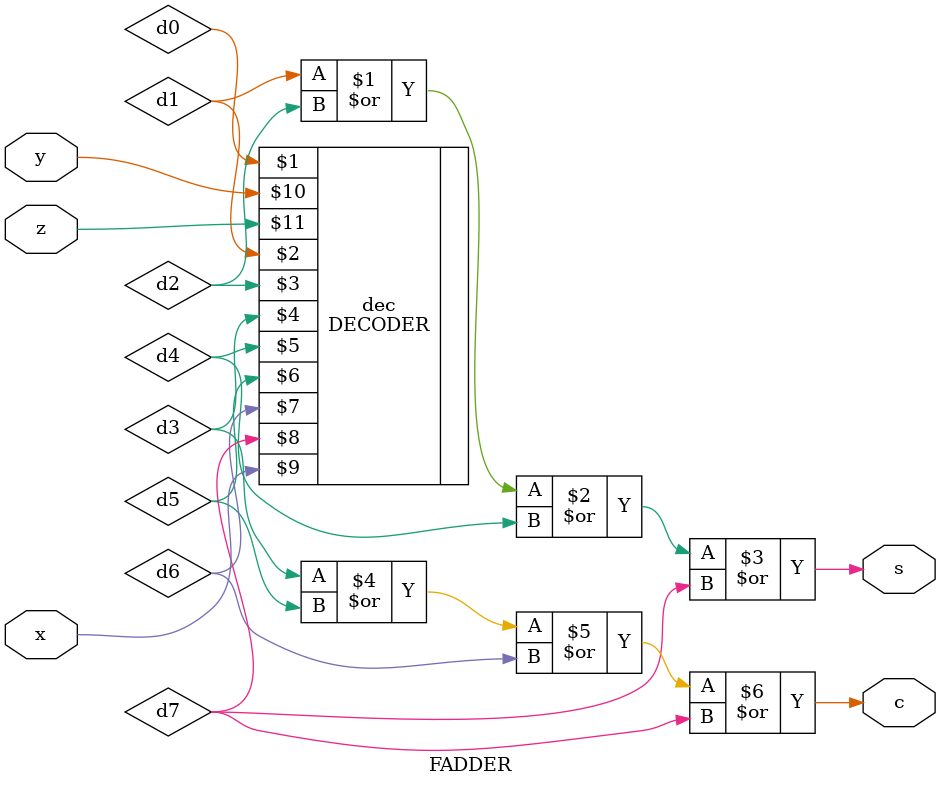
<source format=v>
module FADDER(s,c,x,y,z);
	output s,c;
	input x,y,z;
	wire d0,d1,d2,d3,d4,d5,d6,d7;
	DECODER dec(d0,d1,d2,d3,d4,d5,d6,d7,x,y,z);
	assign s = d1 | d2 | d4 | d7;
	assign c = d3 | d5 | d6 | d7;
endmodule
</source>
